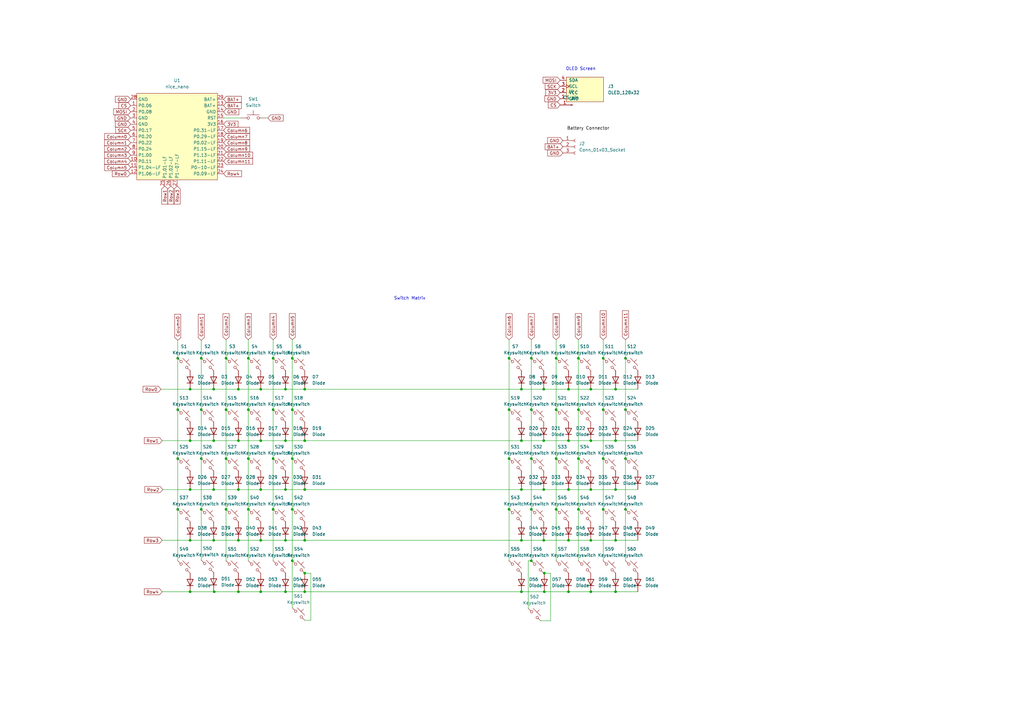
<source format=kicad_sch>
(kicad_sch (version 20230121) (generator eeschema)
  (paper "A3")
  (junction (at 124.968 159.639))
  (junction (at 92.71 146.939))
  (junction (at 82.55 168.021))
  (junction (at 77.978 159.639))
  (junction (at 117.094 221.615))
  (junction (at 252.476 221.615))
  (junction (at 77.978 242.697))
  (junction (at 97.79 221.615))
  (junction (at 112.014 168.021))
  (junction (at 97.79 159.639))
  (junction (at 119.888 229.997))
  (junction (at 223.012 159.639))
  (junction (at 124.968 180.721))
  (junction (at 101.854 188.087))
  (junction (at 92.71 168.021))
  (junction (at 124.968 221.615))
  (junction (at 117.094 242.697))
  (junction (at 82.55 188.087))
  (junction (at 213.868 221.615))
  (junction (at 97.79 242.697))
  (junction (at 106.934 180.721))
  (junction (at 92.71 188.087))
  (junction (at 119.888 208.915))
  (junction (at 77.978 221.615))
  (junction (at 247.396 208.915))
  (junction (at 97.79 200.787))
  (junction (at 252.476 180.721))
  (junction (at 228.092 168.021))
  (junction (at 256.54 208.915))
  (junction (at 119.888 188.087))
  (junction (at 208.788 208.915))
  (junction (at 252.476 159.639))
  (junction (at 228.092 208.915))
  (junction (at 233.172 180.721))
  (junction (at 117.094 180.721))
  (junction (at 106.934 159.639))
  (junction (at 217.932 188.087))
  (junction (at 242.316 159.639))
  (junction (at 237.236 208.915))
  (junction (at 92.71 208.915))
  (junction (at 124.968 242.697))
  (junction (at 77.978 180.721))
  (junction (at 101.854 146.939))
  (junction (at 101.854 168.021))
  (junction (at 233.172 221.615))
  (junction (at 82.55 146.939))
  (junction (at 87.63 200.787))
  (junction (at 252.476 242.697))
  (junction (at 106.934 242.697))
  (junction (at 242.316 180.721))
  (junction (at 119.888 146.939))
  (junction (at 87.63 221.615))
  (junction (at 124.968 200.787))
  (junction (at 208.788 168.021))
  (junction (at 242.316 221.615))
  (junction (at 72.898 146.939))
  (junction (at 217.932 168.021))
  (junction (at 119.888 168.021))
  (junction (at 237.236 146.939))
  (junction (at 213.868 242.697))
  (junction (at 256.54 168.021))
  (junction (at 233.172 242.697))
  (junction (at 223.012 180.721))
  (junction (at 208.788 146.939))
  (junction (at 217.932 146.939))
  (junction (at 233.172 200.787))
  (junction (at 247.396 188.087))
  (junction (at 237.236 168.021))
  (junction (at 213.868 180.721))
  (junction (at 223.266 235.077))
  (junction (at 117.094 200.787))
  (junction (at 223.012 200.787))
  (junction (at 112.014 208.915))
  (junction (at 228.092 146.939))
  (junction (at 247.396 146.939))
  (junction (at 72.898 188.087))
  (junction (at 213.868 159.639))
  (junction (at 112.014 146.939))
  (junction (at 112.014 188.087))
  (junction (at 106.934 221.615))
  (junction (at 77.978 200.787))
  (junction (at 242.316 242.697))
  (junction (at 228.092 188.087))
  (junction (at 256.54 188.087))
  (junction (at 217.932 229.997))
  (junction (at 87.63 180.721))
  (junction (at 252.476 200.787))
  (junction (at 87.63 159.639))
  (junction (at 233.172 159.639))
  (junction (at 72.898 208.915))
  (junction (at 87.884 242.697))
  (junction (at 117.094 159.639))
  (junction (at 101.854 208.915))
  (junction (at 97.79 180.721))
  (junction (at 82.55 208.915))
  (junction (at 106.934 200.787))
  (junction (at 223.266 242.697))
  (junction (at 213.868 200.787))
  (junction (at 72.898 168.021))
  (junction (at 223.012 221.615))
  (junction (at 124.968 235.077))
  (junction (at 208.788 188.087))
  (junction (at 242.316 200.787))
  (junction (at 247.396 168.021))
  (junction (at 237.236 188.087))
  (junction (at 256.54 146.939))
  (junction (at 217.932 208.915))
  (wire (pts (xy 213.868 221.615) (xy 223.012 221.615)))
  (wire (pts (xy 217.932 139.319) (xy 217.932 146.939)))
  (wire (pts (xy 117.094 242.697) (xy 124.968 242.697)))
  (wire (pts (xy 237.236 168.021) (xy 237.236 188.087)))
  (wire (pts (xy 106.934 221.615) (xy 117.094 221.615)))
  (wire (pts (xy 208.788 208.915) (xy 208.788 188.087)))
  (wire (pts (xy 98.806 48.387) (xy 91.694 48.387)))
  (wire (pts (xy 117.094 159.639) (xy 124.968 159.639)))
  (wire (pts (xy 237.236 139.319) (xy 237.236 146.939)))
  (wire (pts (xy 247.396 208.915) (xy 247.396 188.087)))
  (wire (pts (xy 112.014 208.915) (xy 112.014 188.087)))
  (wire (pts (xy 66.548 180.721) (xy 77.978 180.721)))
  (wire (pts (xy 117.094 200.787) (xy 124.968 200.787)))
  (wire (pts (xy 252.476 200.787) (xy 261.62 200.787)))
  (wire (pts (xy 72.898 208.915) (xy 72.898 229.997)))
  (wire (pts (xy 124.968 254.381) (xy 127.508 254.381)))
  (wire (pts (xy 87.63 180.721) (xy 97.79 180.721)))
  (wire (pts (xy 228.092 188.087) (xy 228.092 168.021)))
  (wire (pts (xy 92.71 146.939) (xy 92.71 168.021)))
  (wire (pts (xy 82.55 139.573) (xy 82.55 146.939)))
  (wire (pts (xy 72.898 139.573) (xy 72.898 146.939)))
  (wire (pts (xy 124.968 180.721) (xy 213.868 180.721)))
  (wire (pts (xy 124.968 200.787) (xy 213.868 200.787)))
  (wire (pts (xy 237.236 208.915) (xy 237.236 229.997)))
  (wire (pts (xy 256.54 146.939) (xy 256.54 168.021)))
  (wire (pts (xy 66.548 221.615) (xy 77.978 221.615)))
  (wire (pts (xy 82.55 146.939) (xy 82.55 168.021)))
  (wire (pts (xy 77.978 221.615) (xy 87.63 221.615)))
  (wire (pts (xy 87.884 242.697) (xy 97.79 242.697)))
  (wire (pts (xy 217.932 188.087) (xy 217.932 208.915)))
  (wire (pts (xy 247.396 146.939) (xy 247.396 139.319)))
  (wire (pts (xy 225.806 254.635) (xy 221.742 254.635)))
  (wire (pts (xy 106.934 159.639) (xy 117.094 159.639)))
  (wire (pts (xy 233.172 221.615) (xy 242.316 221.615)))
  (wire (pts (xy 124.968 242.697) (xy 213.868 242.697)))
  (wire (pts (xy 101.854 139.319) (xy 101.854 146.939)))
  (wire (pts (xy 77.978 180.721) (xy 87.63 180.721)))
  (wire (pts (xy 242.316 200.787) (xy 252.476 200.787)))
  (wire (pts (xy 223.012 159.639) (xy 233.172 159.639)))
  (wire (pts (xy 97.79 180.721) (xy 106.934 180.721)))
  (wire (pts (xy 101.854 146.939) (xy 101.854 168.021)))
  (wire (pts (xy 119.888 229.997) (xy 119.888 249.301)))
  (wire (pts (xy 247.396 146.939) (xy 247.396 168.021)))
  (wire (pts (xy 112.014 229.997) (xy 112.014 208.915)))
  (wire (pts (xy 256.54 168.021) (xy 256.54 188.087)))
  (wire (pts (xy 256.54 188.087) (xy 256.54 208.915)))
  (wire (pts (xy 87.884 242.443) (xy 87.884 242.697)))
  (wire (pts (xy 106.934 242.697) (xy 117.094 242.697)))
  (wire (pts (xy 124.968 221.615) (xy 213.868 221.615)))
  (wire (pts (xy 228.092 146.939) (xy 228.092 168.021)))
  (wire (pts (xy 242.316 242.697) (xy 252.476 242.697)))
  (wire (pts (xy 87.63 200.787) (xy 97.79 200.787)))
  (wire (pts (xy 223.012 180.721) (xy 233.172 180.721)))
  (wire (pts (xy 217.932 146.939) (xy 217.932 168.021)))
  (wire (pts (xy 87.63 221.615) (xy 97.79 221.615)))
  (wire (pts (xy 228.092 208.915) (xy 228.092 188.087)))
  (wire (pts (xy 112.014 168.021) (xy 112.014 188.087)))
  (wire (pts (xy 217.932 168.021) (xy 217.932 188.087)))
  (wire (pts (xy 217.932 208.915) (xy 217.932 229.997)))
  (wire (pts (xy 208.788 188.087) (xy 208.788 168.021)))
  (wire (pts (xy 106.934 200.787) (xy 117.094 200.787)))
  (wire (pts (xy 228.092 146.939) (xy 228.092 139.319)))
  (wire (pts (xy 117.094 221.615) (xy 124.968 221.615)))
  (wire (pts (xy 233.172 200.787) (xy 242.316 200.787)))
  (wire (pts (xy 256.54 139.319) (xy 256.54 146.939)))
  (wire (pts (xy 77.978 200.787) (xy 87.63 200.787)))
  (wire (pts (xy 242.316 180.721) (xy 252.476 180.721)))
  (wire (pts (xy 247.396 229.997) (xy 247.396 208.915)))
  (wire (pts (xy 247.396 168.021) (xy 247.396 188.087)))
  (wire (pts (xy 97.79 159.639) (xy 106.934 159.639)))
  (wire (pts (xy 72.898 168.021) (xy 72.898 188.087)))
  (wire (pts (xy 119.888 168.021) (xy 119.888 188.087)))
  (wire (pts (xy 101.854 188.087) (xy 101.854 208.915)))
  (wire (pts (xy 127.508 254.381) (xy 127.508 235.077)))
  (wire (pts (xy 119.888 208.915) (xy 119.888 229.997)))
  (wire (pts (xy 82.55 188.087) (xy 82.55 208.915)))
  (wire (pts (xy 87.63 159.639) (xy 97.79 159.639)))
  (wire (pts (xy 213.868 159.639) (xy 223.012 159.639)))
  (wire (pts (xy 82.55 168.021) (xy 82.55 188.087)))
  (wire (pts (xy 124.968 159.639) (xy 213.868 159.639)))
  (wire (pts (xy 119.888 188.087) (xy 119.888 208.915)))
  (wire (pts (xy 101.854 168.021) (xy 101.854 188.087)))
  (wire (pts (xy 77.978 159.639) (xy 87.63 159.639)))
  (wire (pts (xy 66.802 200.787) (xy 77.978 200.787)))
  (wire (pts (xy 72.898 146.939) (xy 72.898 168.021)))
  (wire (pts (xy 216.662 229.997) (xy 216.662 249.555)))
  (wire (pts (xy 117.094 180.721) (xy 124.968 180.721)))
  (wire (pts (xy 97.79 242.697) (xy 106.934 242.697)))
  (wire (pts (xy 213.868 200.787) (xy 223.012 200.787)))
  (wire (pts (xy 82.55 208.915) (xy 82.55 229.743)))
  (wire (pts (xy 233.172 180.721) (xy 242.316 180.721)))
  (wire (pts (xy 97.79 221.615) (xy 106.934 221.615)))
  (wire (pts (xy 252.476 180.721) (xy 261.62 180.721)))
  (wire (pts (xy 233.172 159.639) (xy 242.316 159.639)))
  (wire (pts (xy 216.662 229.997) (xy 217.932 229.997)))
  (wire (pts (xy 252.476 159.639) (xy 261.62 159.639)))
  (wire (pts (xy 213.868 180.721) (xy 223.012 180.721)))
  (wire (pts (xy 119.888 139.319) (xy 119.888 146.939)))
  (wire (pts (xy 233.172 242.697) (xy 242.316 242.697)))
  (wire (pts (xy 242.316 221.615) (xy 252.476 221.615)))
  (wire (pts (xy 225.806 235.077) (xy 225.806 254.635)))
  (wire (pts (xy 208.788 146.939) (xy 208.788 168.021)))
  (wire (pts (xy 252.476 242.697) (xy 261.62 242.697)))
  (wire (pts (xy 124.968 235.077) (xy 127.508 235.077)))
  (wire (pts (xy 223.012 221.615) (xy 233.172 221.615)))
  (wire (pts (xy 256.54 208.915) (xy 256.54 229.997)))
  (wire (pts (xy 101.854 208.915) (xy 101.854 229.997)))
  (wire (pts (xy 208.788 146.939) (xy 208.788 139.319)))
  (wire (pts (xy 97.79 200.787) (xy 106.934 200.787)))
  (wire (pts (xy 92.71 208.915) (xy 92.71 188.087)))
  (wire (pts (xy 92.71 229.997) (xy 92.71 208.915)))
  (wire (pts (xy 242.316 159.639) (xy 252.476 159.639)))
  (wire (pts (xy 109.855 48.387) (xy 108.966 48.387)))
  (wire (pts (xy 106.934 180.721) (xy 117.094 180.721)))
  (wire (pts (xy 213.868 242.697) (xy 223.266 242.697)))
  (wire (pts (xy 77.978 242.697) (xy 87.884 242.697)))
  (wire (pts (xy 223.012 235.077) (xy 223.266 235.077)))
  (wire (pts (xy 66.04 159.639) (xy 77.978 159.639)))
  (wire (pts (xy 223.266 235.077) (xy 225.806 235.077)))
  (wire (pts (xy 223.012 200.787) (xy 233.172 200.787)))
  (wire (pts (xy 237.236 188.087) (xy 237.236 208.915)))
  (wire (pts (xy 92.71 139.319) (xy 92.71 146.939)))
  (wire (pts (xy 92.71 168.021) (xy 92.71 188.087)))
  (wire (pts (xy 112.014 146.939) (xy 112.014 139.319)))
  (wire (pts (xy 87.63 242.443) (xy 87.884 242.443)))
  (wire (pts (xy 119.888 146.939) (xy 119.888 168.021)))
  (wire (pts (xy 228.092 229.997) (xy 228.092 208.915)))
  (wire (pts (xy 208.788 229.997) (xy 208.788 208.915)))
  (wire (pts (xy 252.476 221.615) (xy 261.62 221.615)))
  (wire (pts (xy 223.266 242.697) (xy 233.172 242.697)))
  (wire (pts (xy 237.236 146.939) (xy 237.236 168.021)))
  (wire (pts (xy 72.898 188.087) (xy 72.898 208.915)))
  (wire (pts (xy 112.014 146.939) (xy 112.014 168.021)))
  (wire (pts (xy 66.548 242.697) (xy 77.978 242.697)))
  (text "OLED Screen" (at 232.029 29.083 0) (effects (font (size 1.27 1.27)) (justify left bottom)))
  (text "Switch Matrix" (at 161.544 123.19 0) (effects (font (size 1.27 1.27)) (justify left bottom)))
  (label "Battery Connector" (at 232.537 53.594 0))
  (global_label "MOSI" (shape input) (at 229.743 32.893 180) (property "Intersheetrefs" "${INTERSHEET_REFS}" (effects hide)))
  (global_label "GND" (shape input) (at 53.594 40.767 180) (property "Intersheetrefs" "${INTERSHEET_REFS}" (effects hide)))
  (global_label "Column10" (shape input) (at 91.694 63.627 0) (property "Intersheetrefs" "${INTERSHEET_REFS}" (effects hide)))
  (global_label "Column11" (shape input) (at 256.54 139.319 90) (property "Intersheetrefs" "${INTERSHEET_REFS}" (effects hide)))
  (global_label "Column8" (shape input) (at 91.694 58.547 0) (property "Intersheetrefs" "${INTERSHEET_REFS}" (effects hide)))
  (global_label "Column3" (shape input) (at 101.854 139.319 90) (property "Intersheetrefs" "${INTERSHEET_REFS}" (effects hide)))
  (global_label "Column8" (shape input) (at 228.092 139.319 90) (property "Intersheetrefs" "${INTERSHEET_REFS}" (effects hide)))
  (global_label "Column9" (shape input) (at 91.694 61.087 0) (property "Intersheetrefs" "${INTERSHEET_REFS}" (effects hide)))
  (global_label "MOSI" (shape input) (at 53.594 45.847 180) (property "Intersheetrefs" "${INTERSHEET_REFS}" (effects hide)))
  (global_label "CS" (shape input) (at 53.594 43.307 180) (property "Intersheetrefs" "${INTERSHEET_REFS}" (effects hide)))
  (global_label "GND" (shape input) (at 91.694 45.847 0) (property "Intersheetrefs" "${INTERSHEET_REFS}" (effects hide)))
  (global_label "GND" (shape input) (at 230.886 57.658 180) (property "Intersheetrefs" "${INTERSHEET_REFS}" (effects hide)))
  (global_label "Row1" (shape input) (at 67.564 76.327 270) (property "Intersheetrefs" "${INTERSHEET_REFS}" (effects hide)))
  (global_label "Row3" (shape input) (at 66.548 221.615 180) (property "Intersheetrefs" "${INTERSHEET_REFS}" (effects hide)))
  (global_label "BAT+" (shape input) (at 91.694 43.307 0) (property "Intersheetrefs" "${INTERSHEET_REFS}" (effects hide)))
  (global_label "Row4" (shape input) (at 91.694 71.247 0) (property "Intersheetrefs" "${INTERSHEET_REFS}" (effects hide)))
  (global_label "Column4" (shape input) (at 112.014 139.319 90) (property "Intersheetrefs" "${INTERSHEET_REFS}" (effects hide)))
  (global_label "Column5" (shape input) (at 119.888 139.319 90) (property "Intersheetrefs" "${INTERSHEET_REFS}" (effects hide)))
  (global_label "GND" (shape input) (at 230.886 62.738 180) (property "Intersheetrefs" "${INTERSHEET_REFS}" (effects hide)))
  (global_label "SCK" (shape input) (at 53.594 53.467 180) (property "Intersheetrefs" "${INTERSHEET_REFS}" (effects hide)))
  (global_label "GND" (shape input) (at 53.594 50.927 180) (property "Intersheetrefs" "${INTERSHEET_REFS}" (effects hide)))
  (global_label "Column2" (shape input) (at 92.71 139.319 90) (property "Intersheetrefs" "${INTERSHEET_REFS}" (effects hide)))
  (global_label "CS" (shape input) (at 229.743 43.053 180) (property "Intersheetrefs" "${INTERSHEET_REFS}" (effects hide)))
  (global_label "Column10" (shape input) (at 247.396 139.319 90) (property "Intersheetrefs" "${INTERSHEET_REFS}" (effects hide)))
  (global_label "3V3" (shape input) (at 229.743 37.973 180) (property "Intersheetrefs" "${INTERSHEET_REFS}" (effects hide)))
  (global_label "Row0" (shape input) (at 53.467 71.247 180) (property "Intersheetrefs" "${INTERSHEET_REFS}" (effects hide)))
  (global_label "Row3" (shape input) (at 72.644 76.327 270) (property "Intersheetrefs" "${INTERSHEET_REFS}" (effects hide)))
  (global_label "Row2" (shape input) (at 66.802 200.787 180) (property "Intersheetrefs" "${INTERSHEET_REFS}" (effects hide)))
  (global_label "3V3" (shape input) (at 91.694 50.927 0) (property "Intersheetrefs" "${INTERSHEET_REFS}" (effects hide)))
  (global_label "GND" (shape input) (at 229.743 40.513 180) (property "Intersheetrefs" "${INTERSHEET_REFS}" (effects hide)))
  (global_label "Column0" (shape input) (at 53.594 56.007 180) (property "Intersheetrefs" "${INTERSHEET_REFS}" (effects hide)))
  (global_label "Column2" (shape input) (at 53.594 61.087 180) (property "Intersheetrefs" "${INTERSHEET_REFS}" (effects hide)))
  (global_label "Column6" (shape input) (at 91.694 53.467 0) (property "Intersheetrefs" "${INTERSHEET_REFS}" (effects hide)))
  (global_label "Column7" (shape input) (at 91.694 56.007 0) (property "Intersheetrefs" "${INTERSHEET_REFS}" (effects hide)))
  (global_label "GND" (shape input) (at 109.855 48.387 0) (property "Intersheetrefs" "${INTERSHEET_REFS}" (effects hide)))
  (global_label "Row4" (shape input) (at 66.548 242.697 180) (property "Intersheetrefs" "${INTERSHEET_REFS}" (effects hide)))
  (global_label "Column4" (shape input) (at 53.594 66.167 180) (property "Intersheetrefs" "${INTERSHEET_REFS}" (effects hide)))
  (global_label "Row1" (shape input) (at 66.548 180.721 180) (property "Intersheetrefs" "${INTERSHEET_REFS}" (effects hide)))
  (global_label "Column5" (shape input) (at 53.594 68.707 180) (property "Intersheetrefs" "${INTERSHEET_REFS}" (effects hide)))
  (global_label "BAT+" (shape input) (at 230.886 60.198 180) (property "Intersheetrefs" "${INTERSHEET_REFS}" (effects hide)))
  (global_label "Row0" (shape input) (at 66.04 159.639 180) (property "Intersheetrefs" "${INTERSHEET_REFS}" (effects hide)))
  (global_label "Column3" (shape input) (at 53.594 63.627 180) (property "Intersheetrefs" "${INTERSHEET_REFS}" (effects hide)))
  (global_label "BAT+" (shape input) (at 91.694 40.767 0) (property "Intersheetrefs" "${INTERSHEET_REFS}" (effects hide)))
  (global_label "Column7" (shape input) (at 217.932 139.319 90) (property "Intersheetrefs" "${INTERSHEET_REFS}" (effects hide)))
  (global_label "Column11" (shape input) (at 91.694 66.167 0) (property "Intersheetrefs" "${INTERSHEET_REFS}" (effects hide)))
  (global_label "Column1" (shape input) (at 53.594 58.547 180) (property "Intersheetrefs" "${INTERSHEET_REFS}" (effects hide)))
  (global_label "Column6" (shape input) (at 208.788 139.319 90) (property "Intersheetrefs" "${INTERSHEET_REFS}" (effects hide)))
  (global_label "Row2" (shape input) (at 70.104 76.327 270) (property "Intersheetrefs" "${INTERSHEET_REFS}" (effects hide)))
  (global_label "GND" (shape input) (at 53.467 48.387 180) (property "Intersheetrefs" "${INTERSHEET_REFS}" (effects hide)))
  (global_label "SCK" (shape input) (at 229.743 35.433 180) (property "Intersheetrefs" "${INTERSHEET_REFS}" (effects hide)))
  (global_label "Column9" (shape input) (at 237.236 139.319 90) (property "Intersheetrefs" "${INTERSHEET_REFS}" (effects hide)))
  (global_label "Column1" (shape input) (at 82.55 139.573 90) (property "Intersheetrefs" "${INTERSHEET_REFS}" (effects hide)))
  (global_label "Column0" (shape input) (at 72.898 139.573 90) (property "Intersheetrefs" "${INTERSHEET_REFS}" (effects hide)))
  (symbol (lib_id "ScottoKeebs:Placeholder_Keyswitch") (at 114.554 211.455 0) (unit 1)
    (property "Reference" "S41" (at 114.554 204.089 0))
    (property "Value" "Keyswitch" (at 114.554 206.629 0))
    (property "Footprint" "Cthulhu-backups:MX_Alps_Choc" (effects hide))
  )
  (symbol (lib_id "ScottoKeebs:Placeholder_Diode") (at 77.978 196.977 90) (unit 1)
    (property "Reference" "D26" (at 81.026 195.707 90) (effects (justify right)))
    (property "Value" "Diode" (at 81.026 198.247 90) (effects (justify right)))
    (property "Footprint" "ScottoKeebs_Components:Diode_SOD-123" (effects hide))
    (property "Sim.Device" "D" (effects hide))
    (property "Sim.Pins" "1=K 2=A" (effects hide))
  )
  (symbol (lib_id "Connector:Conn_01x03_Socket") (at 235.966 60.198 0) (unit 1)
    (property "Reference" "J2" (at 237.49 58.928 0) (effects (justify left)))
    (property "Value" "Conn_01x03_Socket" (at 237.49 61.468 0) (effects (justify left)))
    (property "Footprint" "Connector_JST:JST_EH_S3B-EH_1x03_P2.50mm_Horizontal" (effects hide))
  )
  (symbol (lib_id "ScottoKeebs:Placeholder_Diode") (at 124.968 196.977 90) (unit 1)
    (property "Reference" "D31" (at 128.016 195.707 90) (effects (justify right)))
    (property "Value" "Diode" (at 128.016 198.247 90) (effects (justify right)))
    (property "Footprint" "ScottoKeebs_Components:Diode_SOD-123" (effects hide))
    (property "Sim.Device" "D" (effects hide))
    (property "Sim.Pins" "1=K 2=A" (effects hide))
  )
  (symbol (lib_id "ScottoKeebs:Placeholder_Diode") (at 223.266 238.887 90) (unit 1)
    (property "Reference" "D57" (at 226.314 237.617 90) (effects (justify right)))
    (property "Value" "Diode" (at 226.314 240.157 90) (effects (justify right)))
    (property "Footprint" "ScottoKeebs_Components:Diode_SOD-123" (effects hide))
    (property "Sim.Device" "D" (effects hide))
    (property "Sim.Pins" "1=K 2=A" (effects hide))
  )
  (symbol (lib_id "ScottoKeebs:Placeholder_Diode") (at 97.79 238.887 90) (unit 1)
    (property "Reference" "D52" (at 100.838 237.617 90) (effects (justify right)))
    (property "Value" "Diode" (at 100.838 240.157 90) (effects (justify right)))
    (property "Footprint" "ScottoKeebs_Components:Diode_SOD-123" (effects hide))
    (property "Sim.Device" "D" (effects hide))
    (property "Sim.Pins" "1=K 2=A" (effects hide))
  )
  (symbol (lib_id "ScottoKeebs:Placeholder_Diode") (at 213.868 155.829 90) (unit 1)
    (property "Reference" "D8" (at 216.916 154.559 90) (effects (justify right)))
    (property "Value" "Diode" (at 216.916 157.099 90) (effects (justify right)))
    (property "Footprint" "ScottoKeebs_Components:Diode_SOD-123" (effects hide))
    (property "Sim.Device" "D" (effects hide))
    (property "Sim.Pins" "1=K 2=A" (effects hide))
  )
  (symbol (lib_id "ScottoKeebs:Placeholder_Keyswitch") (at 249.936 211.455 0) (unit 1)
    (property "Reference" "S47" (at 249.936 204.089 0))
    (property "Value" "Keyswitch" (at 249.936 206.629 0))
    (property "Footprint" "Cthulhu-backups:MX_Alps_Choc" (effects hide))
  )
  (symbol (lib_id "ScottoKeebs:Placeholder_Keyswitch") (at 122.428 170.561 0) (unit 1)
    (property "Reference" "S18" (at 122.428 163.195 0))
    (property "Value" "Keyswitch" (at 122.428 165.735 0))
    (property "Footprint" "Cthulhu-backups:MX_Alps_Choc" (effects hide))
  )
  (symbol (lib_id "ScottoKeebs:Placeholder_Diode") (at 77.978 217.805 90) (unit 1)
    (property "Reference" "D38" (at 81.026 216.535 90) (effects (justify right)))
    (property "Value" "Diode" (at 81.026 219.075 90) (effects (justify right)))
    (property "Footprint" "ScottoKeebs_Components:Diode_SOD-123" (effects hide))
    (property "Sim.Device" "D" (effects hide))
    (property "Sim.Pins" "1=K 2=A" (effects hide))
  )
  (symbol (lib_id "ScottoKeebs:Placeholder_Diode") (at 261.62 196.977 90) (unit 1)
    (property "Reference" "D37" (at 264.668 195.707 90) (effects (justify right)))
    (property "Value" "Diode" (at 264.668 198.247 90) (effects (justify right)))
    (property "Footprint" "ScottoKeebs_Components:Diode_SOD-123" (effects hide))
    (property "Sim.Device" "D" (effects hide))
    (property "Sim.Pins" "1=K 2=A" (effects hide))
  )
  (symbol (lib_id "ScottoKeebs:Placeholder_Keyswitch") (at 75.438 149.479 0) (unit 1)
    (property "Reference" "S1" (at 75.438 142.113 0))
    (property "Value" "Keyswitch" (at 75.438 144.653 0))
    (property "Footprint" "Cthulhu-backups:MX_Alps_Choc" (effects hide))
  )
  (symbol (lib_id "ScottoKeebs:Placeholder_Diode") (at 106.934 176.911 90) (unit 1)
    (property "Reference" "D17" (at 109.982 175.641 90) (effects (justify right)))
    (property "Value" "Diode" (at 109.982 178.181 90) (effects (justify right)))
    (property "Footprint" "ScottoKeebs_Components:Diode_SOD-123" (effects hide))
    (property "Sim.Device" "D" (effects hide))
    (property "Sim.Pins" "1=K 2=A" (effects hide))
  )
  (symbol (lib_id "ScottoKeebs:Placeholder_Keyswitch") (at 85.09 149.479 0) (unit 1)
    (property "Reference" "S2" (at 85.09 142.113 0))
    (property "Value" "Keyswitch" (at 85.09 144.653 0))
    (property "Footprint" "Cthulhu-backups:MX_Alps_Choc" (effects hide))
  )
  (symbol (lib_id "ScottoKeebs:Placeholder_Diode") (at 252.476 238.887 90) (unit 1)
    (property "Reference" "D60" (at 255.524 237.617 90) (effects (justify right)))
    (property "Value" "Diode" (at 255.524 240.157 90) (effects (justify right)))
    (property "Footprint" "ScottoKeebs_Components:Diode_SOD-123" (effects hide))
    (property "Sim.Device" "D" (effects hide))
    (property "Sim.Pins" "1=K 2=A" (effects hide))
  )
  (symbol (lib_id "ScottoKeebs:Placeholder_Diode") (at 117.094 176.911 90) (unit 1)
    (property "Reference" "D18" (at 120.142 175.641 90) (effects (justify right)))
    (property "Value" "Diode" (at 120.142 178.181 90) (effects (justify right)))
    (property "Footprint" "ScottoKeebs_Components:Diode_SOD-123" (effects hide))
    (property "Sim.Device" "D" (effects hide))
    (property "Sim.Pins" "1=K 2=A" (effects hide))
  )
  (symbol (lib_id "ScottoKeebs:Placeholder_Diode") (at 97.79 217.805 90) (unit 1)
    (property "Reference" "D40" (at 100.838 216.535 90) (effects (justify right)))
    (property "Value" "Diode" (at 100.838 219.075 90) (effects (justify right)))
    (property "Footprint" "ScottoKeebs_Components:Diode_SOD-123" (effects hide))
    (property "Sim.Device" "D" (effects hide))
    (property "Sim.Pins" "1=K 2=A" (effects hide))
  )
  (symbol (lib_id "ScottoKeebs:Placeholder_Keyswitch") (at 259.08 211.455 0) (unit 1)
    (property "Reference" "S48" (at 259.08 204.089 0))
    (property "Value" "Keyswitch" (at 259.08 206.629 0))
    (property "Footprint" "Cthulhu-backups:MX_Alps_Choc" (effects hide))
  )
  (symbol (lib_id "ScottoKeebs:Placeholder_Keyswitch") (at 249.936 232.537 0) (unit 1)
    (property "Reference" "S59" (at 249.936 225.171 0))
    (property "Value" "Keyswitch" (at 249.936 227.711 0))
    (property "Footprint" "Cthulhu-backups:MX_Alps_Choc" (effects hide))
  )
  (symbol (lib_id "ScottoKeebs:Placeholder_Diode") (at 223.012 176.911 90) (unit 1)
    (property "Reference" "D21" (at 226.06 175.641 90) (effects (justify right)))
    (property "Value" "Diode" (at 226.06 178.181 90) (effects (justify right)))
    (property "Footprint" "ScottoKeebs_Components:Diode_SOD-123" (effects hide))
    (property "Sim.Device" "D" (effects hide))
    (property "Sim.Pins" "1=K 2=A" (effects hide))
  )
  (symbol (lib_id "ScottoKeebs:Placeholder_Diode") (at 106.934 196.977 90) (unit 1)
    (property "Reference" "D29" (at 109.982 195.707 90) (effects (justify right)))
    (property "Value" "Diode" (at 109.982 198.247 90) (effects (justify right)))
    (property "Footprint" "ScottoKeebs_Components:Diode_SOD-123" (effects hide))
    (property "Sim.Device" "D" (effects hide))
    (property "Sim.Pins" "1=K 2=A" (effects hide))
  )
  (symbol (lib_id "ScottoKeebs:Placeholder_Diode") (at 242.316 217.805 90) (unit 1)
    (property "Reference" "D47" (at 245.364 216.535 90) (effects (justify right)))
    (property "Value" "Diode" (at 245.364 219.075 90) (effects (justify right)))
    (property "Footprint" "ScottoKeebs_Components:Diode_SOD-123" (effects hide))
    (property "Sim.Device" "D" (effects hide))
    (property "Sim.Pins" "1=K 2=A" (effects hide))
  )
  (symbol (lib_id "ScottoKeebs:Placeholder_Keyswitch") (at 122.428 211.455 0) (unit 1)
    (property "Reference" "S42" (at 122.428 204.089 0))
    (property "Value" "Keyswitch" (at 122.428 206.629 0))
    (property "Footprint" "Cthulhu-backups:MX_Alps_Choc" (effects hide))
  )
  (symbol (lib_id "ScottoKeebs:Placeholder_Diode") (at 117.094 155.829 90) (unit 1)
    (property "Reference" "D6" (at 120.142 154.559 90) (effects (justify right)))
    (property "Value" "Diode" (at 120.142 157.099 90) (effects (justify right)))
    (property "Footprint" "ScottoKeebs_Components:Diode_SOD-123" (effects hide))
    (property "Sim.Device" "D" (effects hide))
    (property "Sim.Pins" "1=K 2=A" (effects hide))
  )
  (symbol (lib_id "ScottoKeebs:Placeholder_Keyswitch") (at 104.394 211.455 0) (unit 1)
    (property "Reference" "S40" (at 104.394 204.089 0))
    (property "Value" "Keyswitch" (at 104.394 206.629 0))
    (property "Footprint" "Cthulhu-backups:MX_Alps_Choc" (effects hide))
  )
  (symbol (lib_id "ScottoKeebs:Placeholder_Keyswitch") (at 122.428 232.537 0) (unit 1)
    (property "Reference" "S54" (at 122.428 225.171 0))
    (property "Value" "Keyswitch" (at 122.428 227.711 0))
    (property "Footprint" "Cthulhu-backups:MX_Alps_Choc" (effects hide))
  )
  (symbol (lib_id "ScottoKeebs:Placeholder_Diode") (at 77.978 176.911 90) (unit 1)
    (property "Reference" "D14" (at 81.026 175.641 90) (effects (justify right)))
    (property "Value" "Diode" (at 81.026 178.181 90) (effects (justify right)))
    (property "Footprint" "ScottoKeebs_Components:Diode_SOD-123" (effects hide))
    (property "Sim.Device" "D" (effects hide))
    (property "Sim.Pins" "1=K 2=A" (effects hide))
  )
  (symbol (lib_id "ScottoKeebs:Placeholder_Keyswitch") (at 239.776 149.479 0) (unit 1)
    (property "Reference" "S10" (at 239.776 142.113 0))
    (property "Value" "Keyswitch" (at 239.776 144.653 0))
    (property "Footprint" "Cthulhu-backups:MX_Alps_Choc" (effects hide))
  )
  (symbol (lib_id "ScottoKeebs:Placeholder_Keyswitch") (at 211.328 190.627 0) (unit 1)
    (property "Reference" "S31" (at 211.328 183.261 0))
    (property "Value" "Keyswitch" (at 211.328 185.801 0))
    (property "Footprint" "Cthulhu-backups:MX_Alps_Choc" (effects hide))
  )
  (symbol (lib_id "ScottoKeebs:Placeholder_Keyswitch") (at 75.438 232.537 0) (unit 1)
    (property "Reference" "S49" (at 75.438 225.171 0))
    (property "Value" "Keyswitch" (at 75.438 227.711 0))
    (property "Footprint" "Cthulhu-backups:MX_Alps_Choc" (effects hide))
  )
  (symbol (lib_id "ScottoKeebs:Placeholder_Diode") (at 213.868 238.887 90) (unit 1)
    (property "Reference" "D56" (at 216.916 237.617 90) (effects (justify right)))
    (property "Value" "Diode" (at 216.916 240.157 90) (effects (justify right)))
    (property "Footprint" "ScottoKeebs_Components:Diode_SOD-123" (effects hide))
    (property "Sim.Device" "D" (effects hide))
    (property "Sim.Pins" "1=K 2=A" (effects hide))
  )
  (symbol (lib_id "ScottoKeebs:Placeholder_Diode") (at 124.968 155.829 90) (unit 1)
    (property "Reference" "D7" (at 128.016 154.559 90) (effects (justify right)))
    (property "Value" "Diode" (at 128.016 157.099 90) (effects (justify right)))
    (property "Footprint" "ScottoKeebs_Components:Diode_SOD-123" (effects hide))
    (property "Sim.Device" "D" (effects hide))
    (property "Sim.Pins" "1=K 2=A" (effects hide))
  )
  (symbol (lib_id "ScottoKeebs:Placeholder_Keyswitch") (at 211.328 149.479 0) (unit 1)
    (property "Reference" "S7" (at 211.328 142.113 0))
    (property "Value" "Keyswitch" (at 211.328 144.653 0))
    (property "Footprint" "Cthulhu-backups:MX_Alps_Choc" (effects hide))
  )
  (symbol (lib_id "ScottoKeebs:Placeholder_Diode") (at 87.63 155.829 90) (unit 1)
    (property "Reference" "D3" (at 90.678 154.559 90) (effects (justify right)))
    (property "Value" "Diode" (at 90.678 157.099 90) (effects (justify right)))
    (property "Footprint" "ScottoKeebs_Components:Diode_SOD-123" (effects hide))
    (property "Sim.Device" "D" (effects hide))
    (property "Sim.Pins" "1=K 2=A" (effects hide))
  )
  (symbol (lib_id "ScottoKeebs:Placeholder_Diode") (at 233.172 155.829 90) (unit 1)
    (property "Reference" "D10" (at 236.22 154.559 90) (effects (justify right)))
    (property "Value" "Diode" (at 236.22 157.099 90) (effects (justify right)))
    (property "Footprint" "ScottoKeebs_Components:Diode_SOD-123" (effects hide))
    (property "Sim.Device" "D" (effects hide))
    (property "Sim.Pins" "1=K 2=A" (effects hide))
  )
  (symbol (lib_id "ScottoKeebs:Placeholder_Keyswitch") (at 220.472 170.561 0) (unit 1)
    (property "Reference" "S20" (at 220.472 163.195 0))
    (property "Value" "Keyswitch" (at 220.472 165.735 0))
    (property "Footprint" "Cthulhu-backups:MX_Alps_Choc" (effects hide))
  )
  (symbol (lib_id "ScottoKeebs:Placeholder_Diode") (at 97.79 155.829 90) (unit 1)
    (property "Reference" "D4" (at 100.838 154.559 90) (effects (justify right)))
    (property "Value" "Diode" (at 100.838 157.099 90) (effects (justify right)))
    (property "Footprint" "ScottoKeebs_Components:Diode_SOD-123" (effects hide))
    (property "Sim.Device" "D" (effects hide))
    (property "Sim.Pins" "1=K 2=A" (effects hide))
  )
  (symbol (lib_id "ScottoKeebs:Placeholder_Keyswitch") (at 104.394 190.627 0) (unit 1)
    (property "Reference" "S28" (at 104.394 183.261 0))
    (property "Value" "Keyswitch" (at 104.394 185.801 0))
    (property "Footprint" "Cthulhu-backups:MX_Alps_Choc" (effects hide))
  )
  (symbol (lib_id "ScottoKeebs:Placeholder_Keyswitch") (at 259.08 149.479 0) (unit 1)
    (property "Reference" "S12" (at 259.08 142.113 0))
    (property "Value" "Keyswitch" (at 259.08 144.653 0))
    (property "Footprint" "Cthulhu-backups:MX_Alps_Choc" (effects hide))
  )
  (symbol (lib_id "ScottoKeebs:Placeholder_Keyswitch") (at 220.472 232.537 0) (unit 1)
    (property "Reference" "S56" (at 220.472 225.171 0))
    (property "Value" "Keyswitch" (at 220.472 227.711 0))
    (property "Footprint" "Cthulhu-backups:MX_Alps_Choc" (effects hide))
  )
  (symbol (lib_id "ScottoKeebs:Placeholder_Keyswitch") (at 239.776 190.627 0) (unit 1)
    (property "Reference" "S34" (at 239.776 183.261 0))
    (property "Value" "Keyswitch" (at 239.776 185.801 0))
    (property "Footprint" "Cthulhu-backups:MX_Alps_Choc" (effects hide))
  )
  (symbol (lib_id "ScottoKeebs:Placeholder_Diode") (at 252.476 217.805 90) (unit 1)
    (property "Reference" "D48" (at 255.524 216.535 90) (effects (justify right)))
    (property "Value" "Diode" (at 255.524 219.075 90) (effects (justify right)))
    (property "Footprint" "ScottoKeebs_Components:Diode_SOD-123" (effects hide))
    (property "Sim.Device" "D" (effects hide))
    (property "Sim.Pins" "1=K 2=A" (effects hide))
  )
  (symbol (lib_id "ScottoKeebs:Placeholder_Diode") (at 252.476 155.829 90) (unit 1)
    (property "Reference" "D12" (at 255.524 154.559 90) (effects (justify right)))
    (property "Value" "Diode" (at 255.524 157.099 90) (effects (justify right)))
    (property "Footprint" "ScottoKeebs_Components:Diode_SOD-123" (effects hide))
    (property "Sim.Device" "D" (effects hide))
    (property "Sim.Pins" "1=K 2=A" (effects hide))
  )
  (symbol (lib_id "ScottoKeebs:Placeholder_Keyswitch") (at 85.09 170.561 0) (unit 1)
    (property "Reference" "S14" (at 85.09 163.195 0))
    (property "Value" "Keyswitch" (at 85.09 165.735 0))
    (property "Footprint" "Cthulhu-backups:MX_Alps_Choc" (effects hide))
  )
  (symbol (lib_id "ScottoKeebs:Placeholder_Keyswitch") (at 75.438 170.561 0) (unit 1)
    (property "Reference" "S13" (at 75.438 163.195 0))
    (property "Value" "Keyswitch" (at 75.438 165.735 0))
    (property "Footprint" "Cthulhu-backups:MX_Alps_Choc" (effects hide))
  )
  (symbol (lib_id "ScottoKeebs:Placeholder_Keyswitch") (at 239.776 211.455 0) (unit 1)
    (property "Reference" "S46" (at 239.776 204.089 0))
    (property "Value" "Keyswitch" (at 239.776 206.629 0))
    (property "Footprint" "Cthulhu-backups:MX_Alps_Choc" (effects hide))
  )
  (symbol (lib_id "ScottoKeebs:Placeholder_Diode") (at 124.968 176.911 90) (unit 1)
    (property "Reference" "D19" (at 128.016 175.641 90) (effects (justify right)))
    (property "Value" "Diode" (at 128.016 178.181 90) (effects (justify right)))
    (property "Footprint" "ScottoKeebs_Components:Diode_SOD-123" (effects hide))
    (property "Sim.Device" "D" (effects hide))
    (property "Sim.Pins" "1=K 2=A" (effects hide))
  )
  (symbol (lib_id "ScottoKeebs:Placeholder_Diode") (at 117.094 217.805 90) (unit 1)
    (property "Reference" "D42" (at 120.142 216.535 90) (effects (justify right)))
    (property "Value" "Diode" (at 120.142 219.075 90) (effects (justify right)))
    (property "Footprint" "ScottoKeebs_Components:Diode_SOD-123" (effects hide))
    (property "Sim.Device" "D" (effects hide))
    (property "Sim.Pins" "1=K 2=A" (effects hide))
  )
  (symbol (lib_id "ScottoKeebs:Placeholder_Keyswitch") (at 259.08 190.627 0) (unit 1)
    (property "Reference" "S36" (at 259.08 183.261 0))
    (property "Value" "Keyswitch" (at 259.08 185.801 0))
    (property "Footprint" "Cthulhu-backups:MX_Alps_Choc" (effects hide))
  )
  (symbol (lib_id "ScottoKeebs:Placeholder_Diode") (at 213.868 217.805 90) (unit 1)
    (property "Reference" "D44" (at 216.916 216.535 90) (effects (justify right)))
    (property "Value" "Diode" (at 216.916 219.075 90) (effects (justify right)))
    (property "Footprint" "ScottoKeebs_Components:Diode_SOD-123" (effects hide))
    (property "Sim.Device" "D" (effects hide))
    (property "Sim.Pins" "1=K 2=A" (effects hide))
  )
  (symbol (lib_id "ScottoKeebs:Placeholder_Diode") (at 242.316 155.829 90) (unit 1)
    (property "Reference" "D11" (at 245.364 154.559 90) (effects (justify right)))
    (property "Value" "Diode" (at 245.364 157.099 90) (effects (justify right)))
    (property "Footprint" "ScottoKeebs_Components:Diode_SOD-123" (effects hide))
    (property "Sim.Device" "D" (effects hide))
    (property "Sim.Pins" "1=K 2=A" (effects hide))
  )
  (symbol (lib_id "ScottoKeebs:Placeholder_Keyswitch") (at 122.428 149.479 0) (unit 1)
    (property "Reference" "S6" (at 122.428 142.113 0))
    (property "Value" "Keyswitch" (at 122.428 144.653 0))
    (property "Footprint" "Cthulhu-backups:MX_Alps_Choc" (effects hide))
  )
  (symbol (lib_id "ScottoKeebs:Placeholder_Switch") (at 103.886 48.387 0) (unit 1)
    (property "Reference" "SW1" (at 103.886 40.64 0))
    (property "Value" "Switch" (at 103.886 43.18 0))
    (property "Footprint" "PCM_4ms_Switch:Button_Tact_Sqkg" (effects hide))
  )
  (symbol (lib_id "ScottoKeebs:Placeholder_Diode") (at 97.79 196.977 90) (unit 1)
    (property "Reference" "D28" (at 100.838 195.707 90) (effects (justify right)))
    (property "Value" "Diode" (at 100.838 198.247 90) (effects (justify right)))
    (property "Footprint" "ScottoKeebs_Components:Diode_SOD-123" (effects hide))
    (property "Sim.Device" "D" (effects hide))
    (property "Sim.Pins" "1=K 2=A" (effects hide))
  )
  (symbol (lib_id "ScottoKeebs:Placeholder_Diode") (at 223.012 196.977 90) (unit 1)
    (property "Reference" "D33" (at 226.06 195.707 90) (effects (justify right)))
    (property "Value" "Diode" (at 226.06 198.247 90) (effects (justify right)))
    (property "Footprint" "ScottoKeebs_Components:Diode_SOD-123" (effects hide))
    (property "Sim.Device" "D" (effects hide))
    (property "Sim.Pins" "1=K 2=A" (effects hide))
  )
  (symbol (lib_id "ScottoKeebs:Placeholder_Diode") (at 261.62 238.887 90) (unit 1)
    (property "Reference" "D61" (at 264.668 237.617 90) (effects (justify right)))
    (property "Value" "Diode" (at 264.668 240.157 90) (effects (justify right)))
    (property "Footprint" "ScottoKeebs_Components:Diode_SOD-123" (effects hide))
    (property "Sim.Device" "D" (effects hide))
    (property "Sim.Pins" "1=K 2=A" (effects hide))
  )
  (symbol (lib_id "ScottoKeebs:Placeholder_Diode") (at 233.172 217.805 90) (unit 1)
    (property "Reference" "D46" (at 236.22 216.535 90) (effects (justify right)))
    (property "Value" "Diode" (at 236.22 219.075 90) (effects (justify right)))
    (property "Footprint" "ScottoKeebs_Components:Diode_SOD-123" (effects hide))
    (property "Sim.Device" "D" (effects hide))
    (property "Sim.Pins" "1=K 2=A" (effects hide))
  )
  (symbol (lib_id "ScottoKeebs:Placeholder_Keyswitch") (at 75.438 190.627 0) (unit 1)
    (property "Reference" "S25" (at 75.438 183.261 0))
    (property "Value" "Keyswitch" (at 75.438 185.801 0))
    (property "Footprint" "Cthulhu-backups:MX_Alps_Choc" (effects hide))
  )
  (symbol (lib_id "ScottoKeebs:Placeholder_Diode") (at 87.63 196.977 90) (unit 1)
    (property "Reference" "D27" (at 90.678 195.707 90) (effects (justify right)))
    (property "Value" "Diode" (at 90.678 198.247 90) (effects (justify right)))
    (property "Footprint" "ScottoKeebs_Components:Diode_SOD-123" (effects hide))
    (property "Sim.Device" "D" (effects hide))
    (property "Sim.Pins" "1=K 2=A" (effects hide))
  )
  (symbol (lib_id "ScottoKeebs:Placeholder_Keyswitch") (at 114.554 149.479 0) (unit 1)
    (property "Reference" "S5" (at 114.554 142.113 0))
    (property "Value" "Keyswitch" (at 114.554 144.653 0))
    (property "Footprint" "Cthulhu-backups:MX_Alps_Choc" (effects hide))
  )
  (symbol (lib_id "ScottoKeebs:Placeholder_Diode") (at 223.012 217.805 90) (unit 1)
    (property "Reference" "D45" (at 226.06 216.535 90) (effects (justify right)))
    (property "Value" "Diode" (at 226.06 219.075 90) (effects (justify right)))
    (property "Footprint" "ScottoKeebs_Components:Diode_SOD-123" (effects hide))
    (property "Sim.Device" "D" (effects hide))
    (property "Sim.Pins" "1=K 2=A" (effects hide))
  )
  (symbol (lib_id "ScottoKeebs:Placeholder_Keyswitch") (at 95.25 149.479 0) (unit 1)
    (property "Reference" "S3" (at 95.25 142.113 0))
    (property "Value" "Keyswitch" (at 95.25 144.653 0))
    (property "Footprint" "Cthulhu-backups:MX_Alps_Choc" (effects hide))
  )
  (symbol (lib_id "ScottoKeebs:Placeholder_Diode") (at 106.934 217.805 90) (unit 1)
    (property "Reference" "D41" (at 109.982 216.535 90) (effects (justify right)))
    (property "Value" "Diode" (at 109.982 219.075 90) (effects (justify right)))
    (property "Footprint" "ScottoKeebs_Components:Diode_SOD-123" (effects hide))
    (property "Sim.Device" "D" (effects hide))
    (property "Sim.Pins" "1=K 2=A" (effects hide))
  )
  (symbol (lib_id "ScottoKeebs:Placeholder_Keyswitch") (at 85.09 232.283 0) (unit 1)
    (property "Reference" "S50" (at 85.09 224.917 0))
    (property "Value" "Keyswitch" (at 85.09 227.457 0))
    (property "Footprint" "Cthulhu-backups:MX_Alps_Choc" (effects hide))
  )
  (symbol (lib_id "PCM_marbastlib-promicroish:nice_nano") (at 72.644 57.277 0) (unit 1) (in_bom no)
    (property "Reference" "U1" (at 72.644 33.02 0))
    (property "Value" "nice_nano" (at 72.644 35.56 0))
    (property "Footprint" "PCM_marbastlib-xp-promicroish:nice_nano_AH_USBup" (effects hide))
    (property "Datasheet" "https://nicekeyboards.com/docs/nice-nano/pinout-schematic" (effects hide))
  )
  (symbol (lib_id "ScottoKeebs:Placeholder_Keyswitch") (at 211.328 211.455 0) (unit 1)
    (property "Reference" "S43" (at 211.328 204.089 0))
    (property "Value" "Keyswitch" (at 211.328 206.629 0))
    (property "Footprint" "Cthulhu-backups:MX_Alps_Choc" (effects hide))
  )
  (symbol (lib_id "ScottoKeebs:Placeholder_Keyswitch") (at 95.25 232.537 0) (unit 1)
    (property "Reference" "S51" (at 95.25 225.171 0))
    (property "Value" "Keyswitch" (at 95.25 227.711 0))
    (property "Footprint" "Cthulhu-backups:MX_Alps_Choc" (effects hide))
  )
  (symbol (lib_id "ScottoKeebs:Placeholder_Diode") (at 87.63 176.911 90) (unit 1)
    (property "Reference" "D15" (at 90.678 175.641 90) (effects (justify right)))
    (property "Value" "Diode" (at 90.678 178.181 90) (effects (justify right)))
    (property "Footprint" "ScottoKeebs_Components:Diode_SOD-123" (effects hide))
    (property "Sim.Device" "D" (effects hide))
    (property "Sim.Pins" "1=K 2=A" (effects hide))
  )
  (symbol (lib_id "ScottoKeebs:Placeholder_Diode") (at 252.476 176.911 90) (unit 1)
    (property "Reference" "D24" (at 255.524 175.641 90) (effects (justify right)))
    (property "Value" "Diode" (at 255.524 178.181 90) (effects (justify right)))
    (property "Footprint" "ScottoKeebs_Components:Diode_SOD-123" (effects hide))
    (property "Sim.Device" "D" (effects hide))
    (property "Sim.Pins" "1=K 2=A" (effects hide))
  )
  (symbol (lib_id "ScottoKeebs:Placeholder_Keyswitch") (at 104.394 170.561 0) (unit 1)
    (property "Reference" "S16" (at 104.394 163.195 0))
    (property "Value" "Keyswitch" (at 104.394 165.735 0))
    (property "Footprint" "Cthulhu-backups:MX_Alps_Choc" (effects hide))
  )
  (symbol (lib_id "ScottoKeebs:Placeholder_Keyswitch") (at 95.25 211.455 0) (unit 1)
    (property "Reference" "S39" (at 95.25 204.089 0))
    (property "Value" "Keyswitch" (at 95.25 206.629 0))
    (property "Footprint" "Cthulhu-backups:MX_Alps_Choc" (effects hide))
  )
  (symbol (lib_id "ScottoKeebs:Placeholder_Diode") (at 213.868 176.911 90) (unit 1)
    (property "Reference" "D20" (at 216.916 175.641 90) (effects (justify right)))
    (property "Value" "Diode" (at 216.916 178.181 90) (effects (justify right)))
    (property "Footprint" "ScottoKeebs_Components:Diode_SOD-123" (effects hide))
    (property "Sim.Device" "D" (effects hide))
    (property "Sim.Pins" "1=K 2=A" (effects hide))
  )
  (symbol (lib_id "ScottoKeebs:OLED_128x32") (at 232.283 36.703 0) (unit 1)
    (property "Reference" "J3" (at 249.301 35.433 0) (effects (justify left)))
    (property "Value" "OLED_128x32" (at 249.301 37.973 0) (effects (justify left)))
    (property "Footprint" "ScottoKeebs_Components:OLED_128x32" (effects hide))
  )
  (symbol (lib_id "ScottoKeebs:Placeholder_Keyswitch") (at 230.632 190.627 0) (unit 1)
    (property "Reference" "S33" (at 230.632 183.261 0))
    (property "Value" "Keyswitch" (at 230.632 185.801 0))
    (property "Footprint" "Cthulhu-backups:MX_Alps_Choc" (effects hide))
  )
  (symbol (lib_id "ScottoKeebs:Placeholder_Keyswitch") (at 104.394 232.537 0) (unit 1)
    (property "Reference" "S52" (at 104.394 225.171 0))
    (property "Value" "Keyswitch" (at 104.394 227.711 0))
    (property "Footprint" "Cthulhu-backups:MX_Alps_Choc" (effects hide))
  )
  (symbol (lib_id "ScottoKeebs:Placeholder_Diode") (at 87.63 217.805 90) (unit 1)
    (property "Reference" "D39" (at 90.678 216.535 90) (effects (justify right)))
    (property "Value" "Diode" (at 90.678 219.075 90) (effects (justify right)))
    (property "Footprint" "ScottoKeebs_Components:Diode_SOD-123" (effects hide))
    (property "Sim.Device" "D" (effects hide))
    (property "Sim.Pins" "1=K 2=A" (effects hide))
  )
  (symbol (lib_id "ScottoKeebs:Placeholder_Keyswitch") (at 95.25 190.627 0) (unit 1)
    (property "Reference" "S27" (at 95.25 183.261 0))
    (property "Value" "Keyswitch" (at 95.25 185.801 0))
    (property "Footprint" "Cthulhu-backups:MX_Alps_Choc" (effects hide))
  )
  (symbol (lib_id "ScottoKeebs:Placeholder_Keyswitch") (at 249.936 149.479 0) (unit 1)
    (property "Reference" "S11" (at 249.936 142.113 0))
    (property "Value" "Keyswitch" (at 249.936 144.653 0))
    (property "Footprint" "Cthulhu-backups:MX_Alps_Choc" (effects hide))
  )
  (symbol (lib_id "ScottoKeebs:Placeholder_Diode") (at 124.968 217.805 90) (unit 1)
    (property "Reference" "D43" (at 128.016 216.535 90) (effects (justify right)))
    (property "Value" "Diode" (at 128.016 219.075 90) (effects (justify right)))
    (property "Footprint" "ScottoKeebs_Components:Diode_SOD-123" (effects hide))
    (property "Sim.Device" "D" (effects hide))
    (property "Sim.Pins" "1=K 2=A" (effects hide))
  )
  (symbol (lib_id "ScottoKeebs:Placeholder_Diode") (at 117.094 238.887 90) (unit 1)
    (property "Reference" "D54" (at 120.142 237.617 90) (effects (justify right)))
    (property "Value" "Diode" (at 120.142 240.157 90) (effects (justify right)))
    (property "Footprint" "ScottoKeebs_Components:Diode_SOD-123" (effects hide))
    (property "Sim.Device" "D" (effects hide))
    (property "Sim.Pins" "1=K 2=A" (effects hide))
  )
  (symbol (lib_id "ScottoKeebs:Placeholder_Diode") (at 242.316 176.911 90) (unit 1)
    (property "Reference" "D23" (at 245.364 175.641 90) (effects (justify right)))
    (property "Value" "Diode" (at 245.364 178.181 90) (effects (justify right)))
    (property "Footprint" "ScottoKeebs_Components:Diode_SOD-123" (effects hide))
    (property "Sim.Device" "D" (effects hide))
    (property "Sim.Pins" "1=K 2=A" (effects hide))
  )
  (symbol (lib_id "ScottoKeebs:Placeholder_Keyswitch") (at 220.472 190.627 0) (unit 1)
    (property "Reference" "S32" (at 220.472 183.261 0))
    (property "Value" "Keyswitch" (at 220.472 185.801 0))
    (property "Footprint" "Cthulhu-backups:MX_Alps_Choc" (effects hide))
  )
  (symbol (lib_id "ScottoKeebs:Placeholder_Diode") (at 213.868 196.977 90) (unit 1)
    (property "Reference" "D32" (at 216.916 195.707 90) (effects (justify right)))
    (property "Value" "Diode" (at 216.916 198.247 90) (effects (justify right)))
    (property "Footprint" "ScottoKeebs_Components:Diode_SOD-123" (effects hide))
    (property "Sim.Device" "D" (effects hide))
    (property "Sim.Pins" "1=K 2=A" (effects hide))
  )
  (symbol (lib_id "ScottoKeebs:Placeholder_Diode") (at 233.172 176.911 90) (unit 1)
    (property "Reference" "D22" (at 236.22 175.641 90) (effects (justify right)))
    (property "Value" "Diode" (at 236.22 178.181 90) (effects (justify right)))
    (property "Footprint" "ScottoKeebs_Components:Diode_SOD-123" (effects hide))
    (property "Sim.Device" "D" (effects hide))
    (property "Sim.Pins" "1=K 2=A" (effects hide))
  )
  (symbol (lib_id "ScottoKeebs:Placeholder_Diode") (at 261.62 155.829 90) (unit 1)
    (property "Reference" "D13" (at 264.668 154.559 90) (effects (justify right)))
    (property "Value" "Diode" (at 264.668 157.099 90) (effects (justify right)))
    (property "Footprint" "ScottoKeebs_Components:Diode_SOD-123" (effects hide))
    (property "Sim.Device" "D" (effects hide))
    (property "Sim.Pins" "1=K 2=A" (effects hide))
  )
  (symbol (lib_id "ScottoKeebs:Placeholder_Diode") (at 252.476 196.977 90) (unit 1)
    (property "Reference" "D36" (at 255.524 195.707 90) (effects (justify right)))
    (property "Value" "Diode" (at 255.524 198.247 90) (effects (justify right)))
    (property "Footprint" "ScottoKeebs_Components:Diode_SOD-123" (effects hide))
    (property "Sim.Device" "D" (effects hide))
    (property "Sim.Pins" "1=K 2=A" (effects hide))
  )
  (symbol (lib_id "ScottoKeebs:Placeholder_Keyswitch") (at 239.776 170.561 0) (unit 1)
    (property "Reference" "S22" (at 239.776 163.195 0))
    (property "Value" "Keyswitch" (at 239.776 165.735 0))
    (property "Footprint" "Cthulhu-backups:MX_Alps_Choc" (effects hide))
  )
  (symbol (lib_id "ScottoKeebs:Placeholder_Keyswitch") (at 249.936 190.627 0) (unit 1)
    (property "Reference" "S35" (at 249.936 183.261 0))
    (property "Value" "Keyswitch" (at 249.936 185.801 0))
    (property "Footprint" "Cthulhu-backups:MX_Alps_Choc" (effects hide))
  )
  (symbol (lib_id "ScottoKeebs:Placeholder_Keyswitch") (at 230.632 149.479 0) (unit 1)
    (property "Reference" "S9" (at 230.632 142.113 0))
    (property "Value" "Keyswitch" (at 230.632 144.653 0))
    (property "Footprint" "Cthulhu-backups:MX_Alps_Choc" (effects hide))
  )
  (symbol (lib_id "ScottoKeebs:Placeholder_Keyswitch") (at 211.328 232.537 0) (unit 1)
    (property "Reference" "S55" (at 211.328 225.171 0))
    (property "Value" "Keyswitch" (at 211.328 227.711 0))
    (property "Footprint" "Cthulhu-backups:MX_Alps_Choc" (effects hide))
  )
  (symbol (lib_id "ScottoKeebs:Placeholder_Diode") (at 242.316 238.887 90) (unit 1)
    (property "Reference" "D59" (at 245.364 237.617 90) (effects (justify right)))
    (property "Value" "Diode" (at 245.364 240.157 90) (effects (justify right)))
    (property "Footprint" "ScottoKeebs_Components:Diode_SOD-123" (effects hide))
    (property "Sim.Device" "D" (effects hide))
    (property "Sim.Pins" "1=K 2=A" (effects hide))
  )
  (symbol (lib_id "ScottoKeebs:Placeholder_Diode") (at 223.012 155.829 90) (unit 1)
    (property "Reference" "D9" (at 226.06 154.559 90) (effects (justify right)))
    (property "Value" "Diode" (at 226.06 157.099 90) (effects (justify right)))
    (property "Footprint" "ScottoKeebs_Components:Diode_SOD-123" (effects hide))
    (property "Sim.Device" "D" (effects hide))
    (property "Sim.Pins" "1=K 2=A" (effects hide))
  )
  (symbol (lib_id "ScottoKeebs:Placeholder_Keyswitch") (at 259.08 170.561 0) (unit 1)
    (property "Reference" "S24" (at 259.08 163.195 0))
    (property "Value" "Keyswitch" (at 259.08 165.735 0))
    (property "Footprint" "Cthulhu-backups:MX_Alps_Choc" (effects hide))
  )
  (symbol (lib_id "ScottoKeebs:Placeholder_Keyswitch") (at 104.394 149.479 0) (unit 1)
    (property "Reference" "S4" (at 104.394 142.113 0))
    (property "Value" "Keyswitch" (at 104.394 144.653 0))
    (property "Footprint" "Cthulhu-backups:MX_Alps_Choc" (effects hide))
  )
  (symbol (lib_id "ScottoKeebs:Placeholder_Keyswitch") (at 75.438 211.455 0) (unit 1)
    (property "Reference" "S37" (at 75.438 204.089 0))
    (property "Value" "Keyswitch" (at 75.438 206.629 0))
    (property "Footprint" "Cthulhu-backups:MX_Alps_Choc" (effects hide))
  )
  (symbol (lib_id "ScottoKeebs:Placeholder_Keyswitch") (at 114.554 170.561 0) (unit 1)
    (property "Reference" "S17" (at 114.554 163.195 0))
    (property "Value" "Keyswitch" (at 114.554 165.735 0))
    (property "Footprint" "Cthulhu-backups:MX_Alps_Choc" (effects hide))
  )
  (symbol (lib_id "ScottoKeebs:Placeholder_Diode") (at 106.934 238.887 90) (unit 1)
    (property "Reference" "D53" (at 109.982 237.617 90) (effects (justify right)))
    (property "Value" "Diode" (at 109.982 240.157 90) (effects (justify right)))
    (property "Footprint" "ScottoKeebs_Components:Diode_SOD-123" (effects hide))
    (property "Sim.Device" "D" (effects hide))
    (property "Sim.Pins" "1=K 2=A" (effects hide))
  )
  (symbol (lib_id "ScottoKeebs:Placeholder_Diode") (at 117.094 196.977 90) (unit 1)
    (property "Reference" "D30" (at 120.142 195.707 90) (effects (justify right)))
    (property "Value" "Diode" (at 120.142 198.247 90) (effects (justify right)))
    (property "Footprint" "ScottoKeebs_Components:Diode_SOD-123" (effects hide))
    (property "Sim.Device" "D" (effects hide))
    (property "Sim.Pins" "1=K 2=A" (effects hide))
  )
  (symbol (lib_id "ScottoKeebs:Placeholder_Keyswitch") (at 122.428 190.627 0) (unit 1)
    (property "Reference" "S30" (at 122.428 183.261 0))
    (property "Value" "Keyswitch" (at 122.428 185.801 0))
    (property "Footprint" "Cthulhu-backups:MX_Alps_Choc" (effects hide))
  )
  (symbol (lib_id "ScottoKeebs:Placeholder_Diode") (at 233.172 238.887 90) (unit 1)
    (property "Reference" "D58" (at 236.22 237.617 90) (effects (justify right)))
    (property "Value" "Diode" (at 236.22 240.157 90) (effects (justify right)))
    (property "Footprint" "ScottoKeebs_Components:Diode_SOD-123" (effects hide))
    (property "Sim.Device" "D" (effects hide))
    (property "Sim.Pins" "1=K 2=A" (effects hide))
  )
  (symbol (lib_id "ScottoKeebs:Placeholder_Diode") (at 77.978 238.887 90) (unit 1)
    (property "Reference" "D50" (at 81.026 237.617 90) (effects (justify right)))
    (property "Value" "Diode" (at 81.026 240.157 90) (effects (justify right)))
    (property "Footprint" "ScottoKeebs_Components:Diode_SOD-123" (effects hide))
    (property "Sim.Device" "D" (effects hide))
    (property "Sim.Pins" "1=K 2=A" (effects hide))
  )
  (symbol (lib_id "ScottoKeebs:Placeholder_Keyswitch") (at 122.428 251.841 0) (unit 1)
    (property "Reference" "S61" (at 122.428 244.475 0))
    (property "Value" "Keyswitch" (at 122.428 247.015 0))
    (property "Footprint" "Cthulhu-backups:MX_PCB_200B" (effects hide))
  )
  (symbol (lib_id "ScottoKeebs:Placeholder_Keyswitch") (at 249.936 170.561 0) (unit 1)
    (property "Reference" "S23" (at 249.936 163.195 0))
    (property "Value" "Keyswitch" (at 249.936 165.735 0))
    (property "Footprint" "Cthulhu-backups:MX_Alps_Choc" (effects hide))
  )
  (symbol (lib_id "ScottoKeebs:Placeholder_Keyswitch") (at 85.09 211.455 0) (unit 1)
    (property "Reference" "S38" (at 85.09 204.089 0))
    (property "Value" "Keyswitch" (at 85.09 206.629 0))
    (property "Footprint" "Cthulhu-backups:MX_Alps_Choc" (effects hide))
  )
  (symbol (lib_id "ScottoKeebs:Placeholder_Diode") (at 77.978 155.829 90) (unit 1)
    (property "Reference" "D2" (at 81.026 154.559 90) (effects (justify right)))
    (property "Value" "Diode" (at 81.026 157.099 90) (effects (justify right)))
    (property "Footprint" "ScottoKeebs_Components:Diode_SOD-123" (effects hide))
    (property "Sim.Device" "D" (effects hide))
    (property "Sim.Pins" "1=K 2=A" (effects hide))
  )
  (symbol (lib_id "ScottoKeebs:Placeholder_Keyswitch") (at 220.472 211.455 0) (unit 1)
    (property "Reference" "S44" (at 220.472 204.089 0))
    (property "Value" "Keyswitch" (at 220.472 206.629 0))
    (property "Footprint" "Cthulhu-backups:MX_Alps_Choc" (effects hide))
  )
  (symbol (lib_id "ScottoKeebs:Placeholder_Keyswitch") (at 259.08 232.537 0) (unit 1)
    (property "Reference" "S60" (at 259.08 225.171 0))
    (property "Value" "Keyswitch" (at 259.08 227.711 0))
    (property "Footprint" "Cthulhu-backups:MX_Alps_Choc" (effects hide))
  )
  (symbol (lib_id "ScottoKeebs:Placeholder_Keyswitch") (at 219.202 252.095 0) (unit 1)
    (property "Reference" "S62" (at 219.202 244.729 0))
    (property "Value" "Keyswitch" (at 219.202 247.269 0))
    (property "Footprint" "Cthulhu-backups:MX_PCB_200B" (effects hide))
  )
  (symbol (lib_id "ScottoKeebs:Placeholder_Keyswitch") (at 211.328 170.561 0) (unit 1)
    (property "Reference" "S19" (at 211.328 163.195 0))
    (property "Value" "Keyswitch" (at 211.328 165.735 0))
    (property "Footprint" "Cthulhu-backups:MX_Alps_Choc" (effects hide))
  )
  (symbol (lib_id "ScottoKeebs:Placeholder_Keyswitch") (at 239.776 232.537 0) (unit 1)
    (property "Reference" "S58" (at 239.776 225.171 0))
    (property "Value" "Keyswitch" (at 239.776 227.711 0))
    (property "Footprint" "Cthulhu-backups:MX_Alps_Choc" (effects hide))
  )
  (symbol (lib_id "ScottoKeebs:Placeholder_Keyswitch") (at 230.632 211.455 0) (unit 1)
    (property "Reference" "S45" (at 230.632 204.089 0))
    (property "Value" "Keyswitch" (at 230.632 206.629 0))
    (property "Footprint" "Cthulhu-backups:MX_Alps_Choc" (effects hide))
  )
  (symbol (lib_id "ScottoKeebs:Placeholder_Keyswitch") (at 85.09 190.627 0) (unit 1)
    (property "Reference" "S26" (at 85.09 183.261 0))
    (property "Value" "Keyswitch" (at 85.09 185.801 0))
    (property "Footprint" "Cthulhu-backups:MX_Alps_Choc" (effects hide))
  )
  (symbol (lib_id "ScottoKeebs:Placeholder_Keyswitch") (at 95.25 170.561 0) (unit 1)
    (property "Reference" "S15" (at 95.25 163.195 0))
    (property "Value" "Keyswitch" (at 95.25 165.735 0))
    (property "Footprint" "Cthulhu-backups:MX_Alps_Choc" (effects hide))
  )
  (symbol (lib_id "ScottoKeebs:Placeholder_Diode") (at 242.316 196.977 90) (unit 1)
    (property "Reference" "D35" (at 245.364 195.707 90) (effects (justify right)))
    (property "Value" "Diode" (at 245.364 198.247 90) (effects (justify right)))
    (property "Footprint" "ScottoKeebs_Components:Diode_SOD-123" (effects hide))
    (property "Sim.Device" "D" (effects hide))
    (property "Sim.Pins" "1=K 2=A" (effects hide))
  )
  (symbol (lib_id "ScottoKeebs:Placeholder_Keyswitch") (at 114.554 232.537 0) (unit 1)
    (property "Reference" "S53" (at 114.554 225.171 0))
    (property "Value" "Keyswitch" (at 114.554 227.711 0))
    (property "Footprint" "Cthulhu-backups:MX_Alps_Choc" (effects hide))
  )
  (symbol (lib_id "ScottoKeebs:Placeholder_Keyswitch") (at 114.554 190.627 0) (unit 1)
    (property "Reference" "S29" (at 114.554 183.261 0))
    (property "Value" "Keyswitch" (at 114.554 185.801 0))
    (property "Footprint" "Cthulhu-backups:MX_Alps_Choc" (effects hide))
  )
  (symbol (lib_id "ScottoKeebs:Placeholder_Diode") (at 261.62 217.805 90) (unit 1)
    (property "Reference" "D49" (at 264.668 216.535 90) (effects (justify right)))
    (property "Value" "Diode" (at 264.668 219.075 90) (effects (justify right)))
    (property "Footprint" "ScottoKeebs_Components:Diode_SOD-123" (effects hide))
    (property "Sim.Device" "D" (effects hide))
    (property "Sim.Pins" "1=K 2=A" (effects hide))
  )
  (symbol (lib_id "ScottoKeebs:Placeholder_Keyswitch") (at 230.632 232.537 0) (unit 1)
    (property "Reference" "S57" (at 230.632 225.171 0))
    (property "Value" "Keyswitch" (at 230.632 227.711 0))
    (property "Footprint" "Cthulhu-backups:MX_Alps_Choc" (effects hide))
  )
  (symbol (lib_id "ScottoKeebs:Placeholder_Diode") (at 124.968 238.887 90) (unit 1)
    (property "Reference" "D55" (at 128.016 237.617 90) (effects (justify right)))
    (property "Value" "Diode" (at 128.016 240.157 90) (effects (justify right)))
    (property "Footprint" "ScottoKeebs_Components:Diode_SOD-123" (effects hide))
    (property "Sim.Device" "D" (effects hide))
    (property "Sim.Pins" "1=K 2=A" (effects hide))
  )
  (symbol (lib_id "ScottoKeebs:Placeholder_Diode") (at 97.79 176.911 90) (unit 1)
    (property "Reference" "D16" (at 100.838 175.641 90) (effects (justify right)))
    (property "Value" "Diode" (at 100.838 178.181 90) (effects (justify right)))
    (property "Footprint" "ScottoKeebs_Components:Diode_SOD-123" (effects hide))
    (property "Sim.Device" "D" (effects hide))
    (property "Sim.Pins" "1=K 2=A" (effects hide))
  )
  (symbol (lib_id "Connector:Conn_01x01_Pin") (at 234.823 43.053 180) (unit 1)
    (property "Reference" "J4" (at 234.188 37.465 0))
    (property "Value" "CS pin" (at 234.188 40.005 0))
    (property "Footprint" "TestPoint:TestPoint_Bridge_Pitch2.54mm_Drill1.0mm" (effects hide))
  )
  (symbol (lib_id "ScottoKeebs:Placeholder_Keyswitch") (at 220.472 149.479 0) (unit 1)
    (property "Reference" "S8" (at 220.472 142.113 0))
    (property "Value" "Keyswitch" (at 220.472 144.653 0))
    (property "Footprint" "Cthulhu-backups:MX_Alps_Choc" (effects hide))
  )
  (symbol (lib_id "ScottoKeebs:Placeholder_Diode") (at 87.63 238.633 90) (unit 1)
    (property "Reference" "D51" (at 90.678 237.363 90) (effects (justify right)))
    (property "Value" "Diode" (at 90.678 239.903 90) (effects (justify right)))
    (property "Footprint" "ScottoKeebs_Components:Diode_SOD-123" (effects hide))
    (property "Sim.Device" "D" (effects hide))
    (property "Sim.Pins" "1=K 2=A" (effects hide))
  )
  (symbol (lib_id "ScottoKeebs:Placeholder_Diode") (at 261.62 176.911 90) (unit 1)
    (property "Reference" "D25" (at 264.668 175.641 90) (effects (justify right)))
    (property "Value" "Diode" (at 264.668 178.181 90) (effects (justify right)))
    (property "Footprint" "ScottoKeebs_Components:Diode_SOD-123" (effects hide))
    (property "Sim.Device" "D" (effects hide))
    (property "Sim.Pins" "1=K 2=A" (effects hide))
  )
  (symbol (lib_id "ScottoKeebs:Placeholder_Diode") (at 233.172 196.977 90) (unit 1)
    (property "Reference" "D34" (at 236.22 195.707 90) (effects (justify right)))
    (property "Value" "Diode" (at 236.22 198.247 90) (effects (justify right)))
    (property "Footprint" "ScottoKeebs_Components:Diode_SOD-123" (effects hide))
    (property "Sim.Device" "D" (effects hide))
    (property "Sim.Pins" "1=K 2=A" (effects hide))
  )
  (symbol (lib_id "ScottoKeebs:Placeholder_Keyswitch") (at 230.632 170.561 0) (unit 1)
    (property "Reference" "S21" (at 230.632 163.195 0))
    (property "Value" "Keyswitch" (at 230.632 165.735 0))
    (property "Footprint" "Cthulhu-backups:MX_Alps_Choc" (effects hide))
  )
  (symbol (lib_id "ScottoKeebs:Placeholder_Diode") (at 106.934 155.829 90) (unit 1)
    (property "Reference" "D5" (at 109.982 154.559 90) (effects (justify right)))
    (property "Value" "Diode" (at 109.982 157.099 90) (effects (justify right)))
    (property "Footprint" "ScottoKeebs_Components:Diode_SOD-123" (effects hide))
    (property "Sim.Device" "D" (effects hide))
    (property "Sim.Pins" "1=K 2=A" (effects hide))
  )
)
</source>
